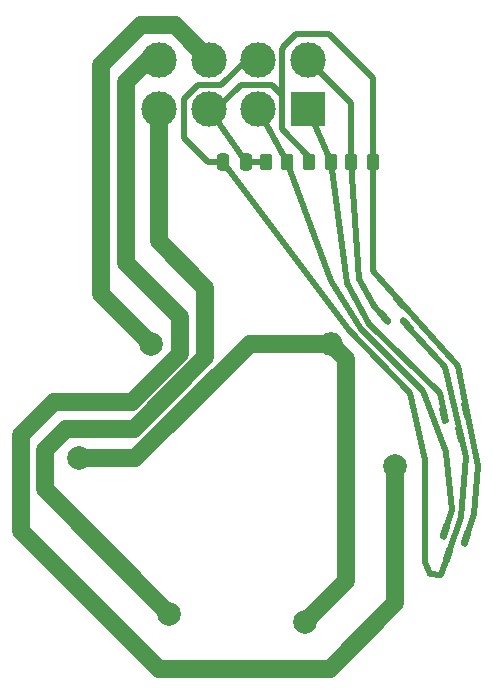
<source format=gbr>
%TF.GenerationSoftware,KiCad,Pcbnew,7.0.1*%
%TF.CreationDate,2023-09-20T08:02:12-03:00*%
%TF.ProjectId,Circuito interno Maxon 30W v4,43697263-7569-4746-9f20-696e7465726e,rev?*%
%TF.SameCoordinates,Original*%
%TF.FileFunction,Copper,L1,Top*%
%TF.FilePolarity,Positive*%
%FSLAX46Y46*%
G04 Gerber Fmt 4.6, Leading zero omitted, Abs format (unit mm)*
G04 Created by KiCad (PCBNEW 7.0.1) date 2023-09-20 08:02:12*
%MOMM*%
%LPD*%
G01*
G04 APERTURE LIST*
G04 Aperture macros list*
%AMRoundRect*
0 Rectangle with rounded corners*
0 $1 Rounding radius*
0 $2 $3 $4 $5 $6 $7 $8 $9 X,Y pos of 4 corners*
0 Add a 4 corners polygon primitive as box body*
4,1,4,$2,$3,$4,$5,$6,$7,$8,$9,$2,$3,0*
0 Add four circle primitives for the rounded corners*
1,1,$1+$1,$2,$3*
1,1,$1+$1,$4,$5*
1,1,$1+$1,$6,$7*
1,1,$1+$1,$8,$9*
0 Add four rect primitives between the rounded corners*
20,1,$1+$1,$2,$3,$4,$5,0*
20,1,$1+$1,$4,$5,$6,$7,0*
20,1,$1+$1,$6,$7,$8,$9,0*
20,1,$1+$1,$8,$9,$2,$3,0*%
%AMHorizOval*
0 Thick line with rounded ends*
0 $1 width*
0 $2 $3 position (X,Y) of the first rounded end (center of the circle)*
0 $4 $5 position (X,Y) of the second rounded end (center of the circle)*
0 Add line between two ends*
20,1,$1,$2,$3,$4,$5,0*
0 Add two circle primitives to create the rounded ends*
1,1,$1,$2,$3*
1,1,$1,$4,$5*%
G04 Aperture macros list end*
%TA.AperFunction,SMDPad,CuDef*%
%ADD10RoundRect,0.150000X-0.273603X0.541108X-0.019286X-0.606040X0.273603X-0.541108X0.019286X0.606040X0*%
%TD*%
%TA.AperFunction,ComponentPad*%
%ADD11C,2.000000*%
%TD*%
%TA.AperFunction,ComponentPad*%
%ADD12HorizOval,2.000000X0.000000X0.000000X0.000000X0.000000X0*%
%TD*%
%TA.AperFunction,SMDPad,CuDef*%
%ADD13RoundRect,0.250000X0.262500X0.450000X-0.262500X0.450000X-0.262500X-0.450000X0.262500X-0.450000X0*%
%TD*%
%TA.AperFunction,SMDPad,CuDef*%
%ADD14RoundRect,0.150000X-0.507501X0.331812X0.286318X-0.534489X0.507501X-0.331812X-0.286318X0.534489X0*%
%TD*%
%TA.AperFunction,ComponentPad*%
%ADD15HorizOval,2.000000X0.000000X0.000000X0.000000X0.000000X0*%
%TD*%
%TA.AperFunction,ComponentPad*%
%ADD16O,2.000000X2.000000*%
%TD*%
%TA.AperFunction,SMDPad,CuDef*%
%ADD17RoundRect,0.250000X-0.262500X-0.450000X0.262500X-0.450000X0.262500X0.450000X-0.262500X0.450000X0*%
%TD*%
%TA.AperFunction,SMDPad,CuDef*%
%ADD18RoundRect,0.250000X0.250000X0.475000X-0.250000X0.475000X-0.250000X-0.475000X0.250000X-0.475000X0*%
%TD*%
%TA.AperFunction,SMDPad,CuDef*%
%ADD19RoundRect,0.150000X0.044168X0.604736X-0.328665X-0.509544X-0.044168X-0.604736X0.328665X0.509544X0*%
%TD*%
%TA.AperFunction,ComponentPad*%
%ADD20R,3.000000X3.000000*%
%TD*%
%TA.AperFunction,ComponentPad*%
%ADD21C,3.000000*%
%TD*%
%TA.AperFunction,Conductor*%
%ADD22C,0.500000*%
%TD*%
%TA.AperFunction,Conductor*%
%ADD23C,1.500000*%
%TD*%
G04 APERTURE END LIST*
D10*
%TO.P,IC1,1,VCC*%
%TO.N,5V*%
X134515335Y-104325918D03*
%TO.P,IC1,2,OUT*%
%TO.N,HALL1_M1*%
X132660373Y-104737153D03*
%TO.P,IC1,3,GND*%
%TO.N,GND*%
X133993678Y-106362091D03*
%TD*%
D11*
%TO.P,L2,1,1*%
%TO.N,MOTOR1_2*%
X128462500Y-109096557D03*
D12*
%TO.P,L2,2,2*%
%TO.N,Net-(L1-Pad2)*%
X120842500Y-122294784D03*
%TD*%
D13*
%TO.P,R3,1*%
%TO.N,5V*%
X126600000Y-83360000D03*
%TO.P,R3,2*%
%TO.N,HALL3_M1*%
X124775000Y-83360000D03*
%TD*%
D14*
%TO.P,IC3,1,VCC*%
%TO.N,5V*%
X128909466Y-95164191D03*
%TO.P,IC3,2,OUT*%
%TO.N,HALL3_M1*%
X127508639Y-96447812D03*
%TO.P,IC3,3,GND*%
%TO.N,GND*%
X129475784Y-97188397D03*
%TD*%
D11*
%TO.P,L3,1,1*%
%TO.N,MOTOR1_3*%
X109362500Y-121593444D03*
D15*
%TO.P,L3,2,2*%
%TO.N,Net-(L1-Pad2)*%
X101742500Y-108395217D03*
%TD*%
D11*
%TO.P,L1,1,1*%
%TO.N,MOTOR1_1*%
X107800000Y-98730000D03*
D16*
%TO.P,L1,2,2*%
%TO.N,Net-(L1-Pad2)*%
X123040000Y-98730000D03*
%TD*%
D17*
%TO.P,R2,1*%
%TO.N,5V*%
X117515000Y-83320000D03*
%TO.P,R2,2*%
%TO.N,HALL2_M1*%
X119340000Y-83320000D03*
%TD*%
D18*
%TO.P,C1,1*%
%TO.N,5V*%
X115850000Y-83350000D03*
%TO.P,C1,2*%
%TO.N,GND*%
X113950000Y-83350000D03*
%TD*%
D17*
%TO.P,R1,1*%
%TO.N,5V*%
X121197500Y-83340000D03*
%TO.P,R1,2*%
%TO.N,HALL1_M1*%
X123022500Y-83340000D03*
%TD*%
D19*
%TO.P,IC2,1,VCC*%
%TO.N,5V*%
X134478381Y-115162386D03*
%TO.P,IC2,2,OUT*%
%TO.N,HALL2_M1*%
X132676566Y-114559507D03*
%TO.P,IC2,3,GND*%
%TO.N,GND*%
X132982527Y-116639053D03*
%TD*%
D20*
%TO.P,MOTOR1,1,1*%
%TO.N,HALL1_M1*%
X121100000Y-78900000D03*
D21*
%TO.P,MOTOR1,2,2*%
%TO.N,HALL2_M1*%
X116900000Y-78900000D03*
%TO.P,MOTOR1,3,3*%
%TO.N,5V*%
X112700000Y-78900000D03*
%TO.P,MOTOR1,4,4*%
%TO.N,MOTOR1_3*%
X108500000Y-78900000D03*
%TO.P,MOTOR1,5,5*%
%TO.N,HALL3_M1*%
X121100000Y-74700000D03*
%TO.P,MOTOR1,6,6*%
%TO.N,GND*%
X116900000Y-74700000D03*
%TO.P,MOTOR1,7,7*%
%TO.N,MOTOR1_1*%
X112700000Y-74700000D03*
%TO.P,MOTOR1,8,8*%
%TO.N,MOTOR1_2*%
X108500000Y-74700000D03*
%TD*%
D22*
%TO.N,GND*%
X111770000Y-76840000D02*
X113780000Y-76840000D01*
X113950000Y-83350000D02*
X112600000Y-83350000D01*
X113780000Y-76840000D02*
X115920000Y-74700000D01*
X132740000Y-100740000D02*
X129653126Y-97381932D01*
X131450000Y-118270000D02*
X131020000Y-117200000D01*
X129710000Y-102900000D02*
X124590000Y-97560000D01*
X131020000Y-117200000D02*
X131020000Y-108540000D01*
X134020000Y-113420000D02*
X134450000Y-108350000D01*
X124590000Y-97560000D02*
X113950000Y-83350000D01*
X115920000Y-74700000D02*
X116900000Y-74700000D01*
X132982527Y-116639053D02*
X132360000Y-118290000D01*
X131020000Y-108540000D02*
X129710000Y-102900000D01*
X110600000Y-78010000D02*
X111770000Y-76840000D01*
X112600000Y-83350000D02*
X110600000Y-81350000D01*
X132360000Y-118290000D02*
X131450000Y-118270000D01*
X110600000Y-81350000D02*
X110600000Y-78010000D01*
X134450000Y-108350000D02*
X132740000Y-100740000D01*
X132982527Y-116639053D02*
X134020000Y-113420000D01*
D23*
%TO.N,MOTOR1_1*%
X106980000Y-71760000D02*
X103570000Y-75170000D01*
X109887962Y-71760000D02*
X106980000Y-71760000D01*
X103570000Y-94500000D02*
X107800000Y-98730000D01*
X112700000Y-74700000D02*
X110513981Y-72386019D01*
X103570000Y-75170000D02*
X103570000Y-94500000D01*
X110513981Y-72386019D02*
X109887962Y-71760000D01*
%TO.N,MOTOR1_2*%
X105680000Y-76610000D02*
X105680000Y-91870000D01*
X110310000Y-99568000D02*
X106246000Y-103632000D01*
X96774000Y-106426000D02*
X96774000Y-114554000D01*
X128462500Y-120711500D02*
X128462500Y-109096557D01*
X107590000Y-74700000D02*
X105680000Y-76610000D01*
X110310000Y-96500000D02*
X110310000Y-99568000D01*
X96774000Y-114554000D02*
X108458000Y-126238000D01*
X106246000Y-103632000D02*
X99568000Y-103632000D01*
X105680000Y-91870000D02*
X110310000Y-96500000D01*
X108500000Y-74700000D02*
X107590000Y-74700000D01*
X108458000Y-126238000D02*
X122936000Y-126238000D01*
X122936000Y-126238000D02*
X128462500Y-120711500D01*
X99568000Y-103632000D02*
X96774000Y-106426000D01*
%TO.N,MOTOR1_3*%
X112408198Y-93978198D02*
X108490000Y-90060000D01*
X100584000Y-105918000D02*
X106364164Y-105918000D01*
X98806000Y-107696000D02*
X100584000Y-105918000D01*
X109362500Y-121593444D02*
X98806000Y-111036944D01*
X112408198Y-99873966D02*
X112408198Y-93978198D01*
X106364164Y-105918000D02*
X112408198Y-99873966D01*
X108490000Y-90060000D02*
X108490000Y-85210000D01*
X108500000Y-78900000D02*
X108510000Y-85210000D01*
X98806000Y-111036944D02*
X98806000Y-107696000D01*
D22*
%TO.N,5V*%
X118030000Y-76820000D02*
X118890000Y-77680000D01*
X134458520Y-104069640D02*
X133780000Y-100630000D01*
X118890000Y-80590000D02*
X121197500Y-82897500D01*
X119440000Y-73200000D02*
X120100000Y-72540000D01*
X126600000Y-86460000D02*
X126630000Y-86430000D01*
X113320000Y-78900000D02*
X115400000Y-76820000D01*
X118890000Y-77680000D02*
X118890000Y-78230000D01*
X126630000Y-86430000D02*
X126600000Y-83360000D01*
X112700000Y-78900000D02*
X113320000Y-78900000D01*
X119020000Y-73620000D02*
X119440000Y-73200000D01*
X115400000Y-76820000D02*
X118030000Y-76820000D01*
X134478381Y-115162386D02*
X135120000Y-113180000D01*
X118890000Y-73750000D02*
X119440000Y-73200000D01*
X117515000Y-83320000D02*
X115880000Y-83320000D01*
X115880000Y-83320000D02*
X115850000Y-83350000D01*
X115850000Y-83350000D02*
X112700000Y-78900000D01*
X135120000Y-113180000D02*
X135540000Y-109100000D01*
X118890000Y-78230000D02*
X118890000Y-73750000D01*
X126600000Y-76270000D02*
X126600000Y-83360000D01*
X126580000Y-92600000D02*
X126600000Y-86460000D01*
X135540000Y-109100000D02*
X134458520Y-104069640D01*
X118890000Y-78230000D02*
X118890000Y-80590000D01*
X120100000Y-72540000D02*
X122870000Y-72540000D01*
X133780000Y-100630000D02*
X128732123Y-94970655D01*
X122870000Y-72540000D02*
X126600000Y-76270000D01*
X128732123Y-94970655D02*
X126580000Y-92600000D01*
X121197500Y-82897500D02*
X121197500Y-83340000D01*
%TO.N,HALL1_M1*%
X124370000Y-93550000D02*
X123022500Y-83340000D01*
X126285454Y-97045454D02*
X124370000Y-93550000D01*
X123022500Y-83340000D02*
X121100000Y-78900000D01*
X132603557Y-104480875D02*
X132270000Y-102920000D01*
X132270000Y-102920000D02*
X126285454Y-97045454D01*
%TO.N,HALL2_M1*%
X119340000Y-83320000D02*
X123090000Y-93430000D01*
X132750000Y-107980000D02*
X133290000Y-112780000D01*
X132760000Y-107930000D02*
X132750000Y-107980000D01*
X125570000Y-97450000D02*
X130850000Y-102730000D01*
X130850000Y-102730000D02*
X132760000Y-107930000D01*
X133290000Y-112780000D02*
X132676566Y-114559507D01*
X123090000Y-93430000D02*
X125570000Y-97450000D01*
X119340000Y-83320000D02*
X116900000Y-78900000D01*
%TO.N,HALL3_M1*%
X126570000Y-95400000D02*
X126600000Y-95440000D01*
X125430000Y-93220000D02*
X126570000Y-95400000D01*
X126600000Y-95440000D02*
X127508639Y-96447812D01*
X124775000Y-83360000D02*
X124775000Y-78375000D01*
X124775000Y-78375000D02*
X121100000Y-74700000D01*
X124775000Y-83360000D02*
X125430000Y-93220000D01*
D23*
%TO.N,Net-(L1-Pad2)*%
X106488783Y-108395217D02*
X116154000Y-98730000D01*
X124300000Y-99990000D02*
X123040000Y-98730000D01*
X120842500Y-122294784D02*
X124300000Y-118837284D01*
X124300000Y-118837284D02*
X124300000Y-99990000D01*
X101742500Y-108395217D02*
X106488783Y-108395217D01*
X116154000Y-98730000D02*
X123040000Y-98730000D01*
%TD*%
M02*

</source>
